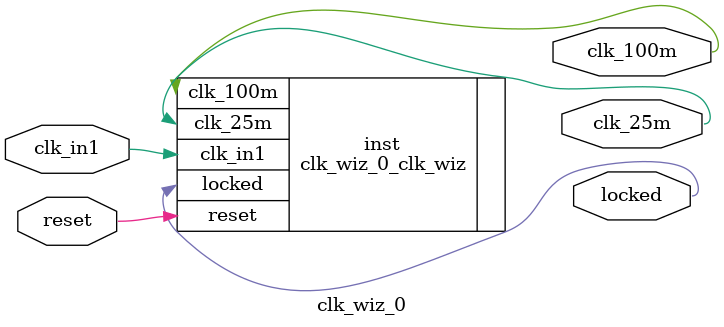
<source format=v>


`timescale 1ps/1ps

(* CORE_GENERATION_INFO = "clk_wiz_0,clk_wiz_v6_0_2_0_0,{component_name=clk_wiz_0,use_phase_alignment=true,use_min_o_jitter=false,use_max_i_jitter=false,use_dyn_phase_shift=false,use_inclk_switchover=false,use_dyn_reconfig=false,enable_axi=0,feedback_source=FDBK_AUTO,PRIMITIVE=MMCM,num_out_clk=2,clkin1_period=20.000,clkin2_period=10.0,use_power_down=false,use_reset=true,use_locked=true,use_inclk_stopped=false,feedback_type=SINGLE,CLOCK_MGR_TYPE=NA,manual_override=false}" *)

module clk_wiz_0 
 (
  // Clock out ports
  output        clk_100m,
  output        clk_25m,
  // Status and control signals
  input         reset,
  output        locked,
 // Clock in ports
  input         clk_in1
 );

  clk_wiz_0_clk_wiz inst
  (
  // Clock out ports  
  .clk_100m(clk_100m),
  .clk_25m(clk_25m),
  // Status and control signals               
  .reset(reset), 
  .locked(locked),
 // Clock in ports
  .clk_in1(clk_in1)
  );

endmodule

</source>
